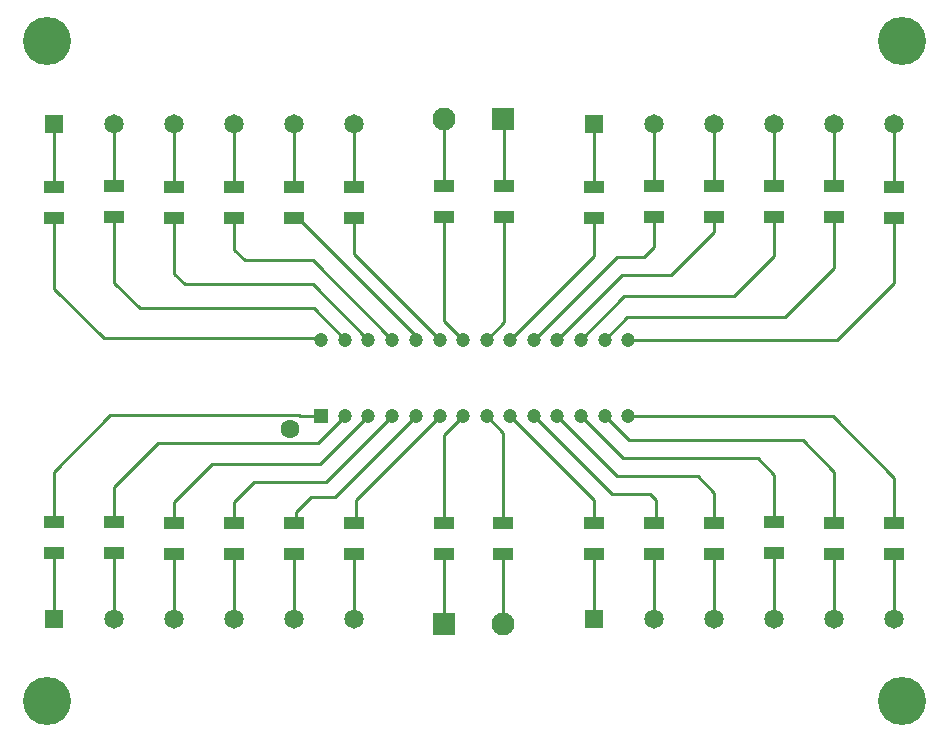
<source format=gtl>
%FSTAX23Y23*%
%MOIN*%
%SFA1B1*%

%IPPOS*%
%ADD12C,0.010000*%
%ADD13R,0.070080X0.044880*%
%ADD23R,0.064960X0.064960*%
%ADD24C,0.064960*%
%ADD25C,0.076770*%
%ADD26R,0.076770X0.076770*%
%ADD27C,0.160000*%
%ADD28C,0.062990*%
%ADD29R,0.047240X0.047240*%
%ADD30C,0.047240*%
%LNtherms-1*%
%LPD*%
G54D12*
X02165Y00735D02*
X0217Y0074D01*
Y0081*
X02025Y0083D02*
X0215D01*
X0217Y0081*
X01765Y0109D02*
X02025Y0083D01*
X01843Y0109D02*
X02043Y0089D01*
X0231*
X02365Y00835*
Y00735D02*
Y00835D01*
X01922Y0109D02*
X02062Y0095D01*
X0251*
X02565Y00895*
Y00739D02*
Y00895D01*
X02001Y0109D02*
X02081Y0101D01*
X0266*
X02765Y00905*
Y00735D02*
Y00905D01*
X02079Y0109D02*
X0276D01*
X02965Y00735D02*
Y00885D01*
X0276Y0109D02*
X02965Y00885D01*
X01686Y0109D02*
X01965Y00811D01*
Y00735D02*
Y00811D01*
X01663Y00735D02*
Y01034D01*
X01607Y0109D02*
X01663Y01034D01*
X01465Y00735D02*
Y01026D01*
X01528Y0109*
X01165Y00735D02*
X0117Y0074D01*
Y0081*
X0145Y0109*
X0145*
X00965Y00735D02*
X0097Y0074D01*
Y0077*
X0102Y0082*
X01101D02*
X01371Y0109D01*
X0102Y0082D02*
X01101D01*
X00765Y00735D02*
Y00805D01*
X0083Y0087*
X01072D02*
X01292Y0109D01*
X0083Y0087D02*
X01072D01*
X00565Y00735D02*
Y00805D01*
X0069Y0093*
X01053D02*
X01213Y0109D01*
X0069Y0093D02*
X01053D01*
X00365Y00739D02*
Y00855D01*
X0051Y01*
X01045*
X01135Y0109*
X00986D02*
X01056D01*
X00983Y01093D02*
X00986Y0109D01*
X00353Y01093D02*
X00983D01*
X00165Y00905D02*
X00353Y01093D01*
X00165Y00739D02*
Y00905D01*
X02075Y0142D02*
X026D01*
X02001Y01345D02*
X02075Y0142D01*
X026D02*
X02765Y01585D01*
Y01755*
X02079Y01345D02*
X02775D01*
X02965Y01535D02*
Y0175D01*
X02775Y01345D02*
X02965Y01535D01*
X02565Y01625D02*
Y01755D01*
X0243Y0149D02*
X02565Y01625D01*
X02066Y0149D02*
X0243D01*
X01922Y01345D02*
X02066Y0149D01*
X0256Y0175D02*
X02565Y01755D01*
X02057Y0156D02*
X0222D01*
X01843Y01345D02*
X02057Y0156D01*
X0222D02*
X02365Y01705D01*
Y01755*
X02165Y01655D02*
Y01755D01*
X0213Y0162D02*
X02165Y01655D01*
X0204Y0162D02*
X0213D01*
X01765Y01345D02*
X01765D01*
X0204Y0162*
X01686Y01345D02*
X01965Y01624D01*
Y0175*
X01665Y01403D02*
Y01755D01*
X01607Y01345D02*
X01665Y01403D01*
X01465Y01409D02*
Y01755D01*
Y01409D02*
X01528Y01345D01*
X01165Y0163D02*
X0145Y01345D01*
X01165Y0163D02*
Y0175D01*
X00965D02*
X00977D01*
X01364Y01363*
Y01353D02*
Y01363D01*
Y01353D02*
X01371Y01345D01*
X01028Y0161D02*
X01292Y01345D01*
X008Y0161D02*
X01028D01*
X00765Y01645D02*
Y0175D01*
Y01645D02*
X008Y0161D01*
X01029Y0153D02*
X01213Y01345D01*
X006Y0153D02*
X01029D01*
X00565Y01565D02*
Y0175D01*
Y01565D02*
X006Y0153D01*
X0103Y0145D02*
X01135Y01345D01*
X0045Y0145D02*
X0103D01*
X00365Y01535D02*
Y01755D01*
Y01535D02*
X0045Y0145D01*
X01052Y0135D02*
X01056Y01345D01*
X0033Y0135D02*
X01052D01*
X00165Y01515D02*
Y0175D01*
Y01515D02*
X0033Y0135D01*
X00165Y01855D02*
Y02065D01*
X00365Y01859D02*
Y02065D01*
X00565Y01855D02*
Y02065D01*
X00765Y01855D02*
Y02065D01*
X00965Y01855D02*
Y02065D01*
X01165Y01855D02*
Y02065D01*
X01466Y01861D02*
Y02082D01*
X01465Y01859D02*
X01466Y01861D01*
X01665Y01859D02*
Y02081D01*
X01663Y02082D02*
X01665Y02081D01*
X01965Y01855D02*
Y02065D01*
X02165Y01859D02*
Y02065D01*
X02365Y01859D02*
Y02065D01*
X02565Y01859D02*
Y02065D01*
X02765Y01859D02*
Y02065D01*
X02965Y01855D02*
Y02065D01*
Y00415D02*
Y0063D01*
X02765Y00415D02*
Y0063D01*
X02565Y00415D02*
Y00635D01*
X02365Y00415D02*
Y0063D01*
X02165Y00415D02*
Y0063D01*
X01965Y00415D02*
Y0063D01*
X01663Y00397D02*
Y0063D01*
D01*
X01465Y00398D02*
Y0063D01*
Y00398D02*
X01466Y00397D01*
X01165Y00415D02*
Y0063D01*
X00965Y00415D02*
Y0063D01*
X00765Y00415D02*
Y0063D01*
X00565Y00415D02*
Y0063D01*
X00365Y00415D02*
Y00635D01*
X00165Y00415D02*
Y00635D01*
G54D13*
X01165Y00735D03*
Y0063D03*
X01965Y00735D03*
Y0063D03*
X02165Y00735D03*
Y0063D03*
X02365Y00735D03*
Y0063D03*
X02565Y00739D03*
Y00635D03*
X02765Y00735D03*
Y0063D03*
X02965Y00735D03*
Y0063D03*
X01465Y00735D03*
Y0063D03*
X01663Y00735D03*
Y0063D03*
X00165Y00739D03*
Y00635D03*
X00365Y00739D03*
Y00635D03*
X00565Y00735D03*
Y0063D03*
X00765Y00735D03*
Y0063D03*
X00965Y00735D03*
Y0063D03*
X02965Y01855D03*
Y0175D03*
X02765Y01859D03*
Y01755D03*
X02565Y01859D03*
Y01755D03*
X02365Y01859D03*
Y01755D03*
X02165Y01859D03*
Y01755D03*
X01965Y01855D03*
Y0175D03*
X01465Y01859D03*
Y01755D03*
X01665Y01859D03*
Y01755D03*
X01165Y01855D03*
Y0175D03*
X00965Y01855D03*
Y0175D03*
X00765Y01855D03*
Y0175D03*
X00565Y01855D03*
Y0175D03*
X00365Y01859D03*
Y01755D03*
X00165Y01855D03*
Y0175D03*
G54D23*
X01965Y00415D03*
X00165D03*
X01965Y02065D03*
X00165D03*
G54D24*
X02165Y00415D03*
X02365D03*
X02565D03*
X02765D03*
X02965D03*
X00365D03*
X00565D03*
X00765D03*
X00965D03*
X01165D03*
X02165Y02065D03*
X02365D03*
X02565D03*
X02765D03*
X02965D03*
X00365D03*
X00565D03*
X00765D03*
X00965D03*
X01165D03*
G54D25*
X01663Y00397D03*
X01466Y02082D03*
G54D26*
X01466Y00397D03*
X01663Y02082D03*
G54D27*
X0014Y0234D03*
X0299D03*
Y0014D03*
X0014D03*
G54D28*
X00952Y01046D03*
G54D29*
X01056Y0109D03*
G54D30*
X01135Y0109D03*
X01213D03*
X01292D03*
X01371D03*
X0145D03*
X01528D03*
X01607D03*
X01686D03*
X01765D03*
X01843D03*
X01922D03*
X02001D03*
X02079D03*
X01056Y01345D03*
X01135D03*
X01213D03*
X01292D03*
X01371D03*
X0145D03*
X01528D03*
X01607D03*
X01686D03*
X01765D03*
X01843D03*
X01922D03*
X02001D03*
X02079D03*
M02*
</source>
